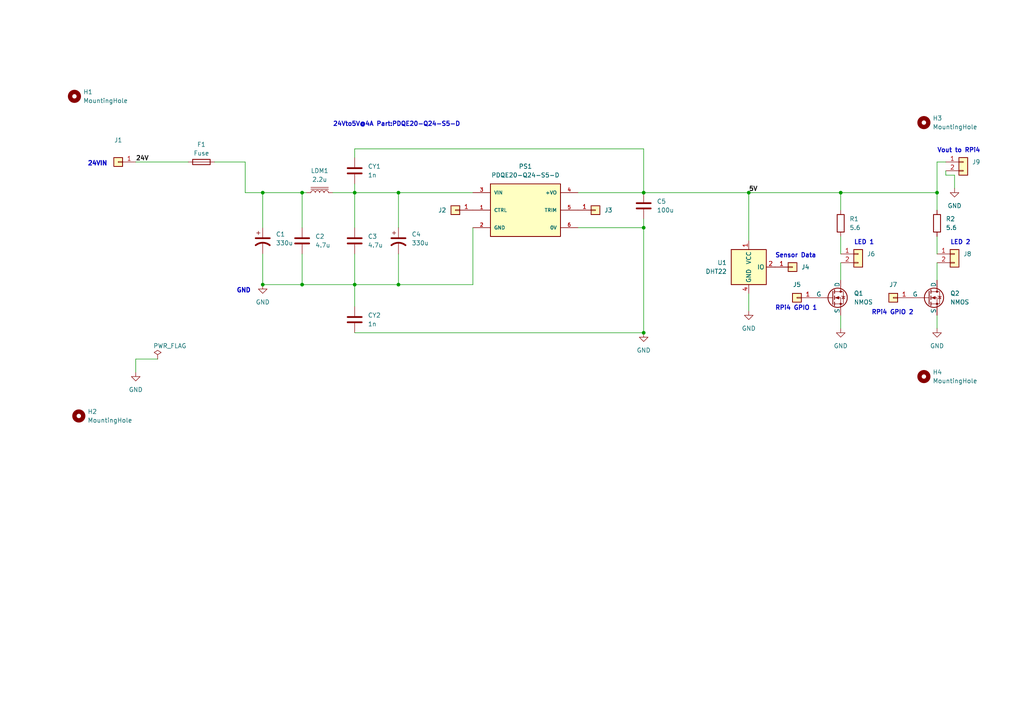
<source format=kicad_sch>
(kicad_sch (version 20230121) (generator eeschema)

  (uuid c8a1dbed-09ff-4cce-b212-445f2f4631fc)

  (paper "A4")

  (title_block
    (date "2023-09-22")
    (rev "5")
    (company "ASML Team 12")
  )

  (lib_symbols
    (symbol "Connector_Generic:Conn_01x01" (pin_names (offset 1.016) hide) (in_bom yes) (on_board yes)
      (property "Reference" "J" (at 0 2.54 0)
        (effects (font (size 1.27 1.27)))
      )
      (property "Value" "Conn_01x01" (at 0 -2.54 0)
        (effects (font (size 1.27 1.27)))
      )
      (property "Footprint" "" (at 0 0 0)
        (effects (font (size 1.27 1.27)) hide)
      )
      (property "Datasheet" "~" (at 0 0 0)
        (effects (font (size 1.27 1.27)) hide)
      )
      (property "ki_keywords" "connector" (at 0 0 0)
        (effects (font (size 1.27 1.27)) hide)
      )
      (property "ki_description" "Generic connector, single row, 01x01, script generated (kicad-library-utils/schlib/autogen/connector/)" (at 0 0 0)
        (effects (font (size 1.27 1.27)) hide)
      )
      (property "ki_fp_filters" "Connector*:*_1x??_*" (at 0 0 0)
        (effects (font (size 1.27 1.27)) hide)
      )
      (symbol "Conn_01x01_1_1"
        (rectangle (start -1.27 0.127) (end 0 -0.127)
          (stroke (width 0.1524) (type default))
          (fill (type none))
        )
        (rectangle (start -1.27 1.27) (end 1.27 -1.27)
          (stroke (width 0.254) (type default))
          (fill (type background))
        )
        (pin passive line (at -5.08 0 0) (length 3.81)
          (name "Pin_1" (effects (font (size 1.27 1.27))))
          (number "1" (effects (font (size 1.27 1.27))))
        )
      )
    )
    (symbol "Connector_Generic:Conn_01x02" (pin_names (offset 1.016) hide) (in_bom yes) (on_board yes)
      (property "Reference" "J" (at 0 2.54 0)
        (effects (font (size 1.27 1.27)))
      )
      (property "Value" "Conn_01x02" (at 0 -5.08 0)
        (effects (font (size 1.27 1.27)))
      )
      (property "Footprint" "" (at 0 0 0)
        (effects (font (size 1.27 1.27)) hide)
      )
      (property "Datasheet" "~" (at 0 0 0)
        (effects (font (size 1.27 1.27)) hide)
      )
      (property "ki_keywords" "connector" (at 0 0 0)
        (effects (font (size 1.27 1.27)) hide)
      )
      (property "ki_description" "Generic connector, single row, 01x02, script generated (kicad-library-utils/schlib/autogen/connector/)" (at 0 0 0)
        (effects (font (size 1.27 1.27)) hide)
      )
      (property "ki_fp_filters" "Connector*:*_1x??_*" (at 0 0 0)
        (effects (font (size 1.27 1.27)) hide)
      )
      (symbol "Conn_01x02_1_1"
        (rectangle (start -1.27 -2.413) (end 0 -2.667)
          (stroke (width 0.1524) (type default))
          (fill (type none))
        )
        (rectangle (start -1.27 0.127) (end 0 -0.127)
          (stroke (width 0.1524) (type default))
          (fill (type none))
        )
        (rectangle (start -1.27 1.27) (end 1.27 -3.81)
          (stroke (width 0.254) (type default))
          (fill (type background))
        )
        (pin passive line (at -5.08 0 0) (length 3.81)
          (name "Pin_1" (effects (font (size 1.27 1.27))))
          (number "1" (effects (font (size 1.27 1.27))))
        )
        (pin passive line (at -5.08 -2.54 0) (length 3.81)
          (name "Pin_2" (effects (font (size 1.27 1.27))))
          (number "2" (effects (font (size 1.27 1.27))))
        )
      )
    )
    (symbol "Device:C" (pin_numbers hide) (pin_names (offset 0.254)) (in_bom yes) (on_board yes)
      (property "Reference" "C" (at 0.635 2.54 0)
        (effects (font (size 1.27 1.27)) (justify left))
      )
      (property "Value" "C" (at 0.635 -2.54 0)
        (effects (font (size 1.27 1.27)) (justify left))
      )
      (property "Footprint" "" (at 0.9652 -3.81 0)
        (effects (font (size 1.27 1.27)) hide)
      )
      (property "Datasheet" "~" (at 0 0 0)
        (effects (font (size 1.27 1.27)) hide)
      )
      (property "ki_keywords" "cap capacitor" (at 0 0 0)
        (effects (font (size 1.27 1.27)) hide)
      )
      (property "ki_description" "Unpolarized capacitor" (at 0 0 0)
        (effects (font (size 1.27 1.27)) hide)
      )
      (property "ki_fp_filters" "C_*" (at 0 0 0)
        (effects (font (size 1.27 1.27)) hide)
      )
      (symbol "C_0_1"
        (polyline
          (pts
            (xy -2.032 -0.762)
            (xy 2.032 -0.762)
          )
          (stroke (width 0.508) (type default))
          (fill (type none))
        )
        (polyline
          (pts
            (xy -2.032 0.762)
            (xy 2.032 0.762)
          )
          (stroke (width 0.508) (type default))
          (fill (type none))
        )
      )
      (symbol "C_1_1"
        (pin passive line (at 0 3.81 270) (length 2.794)
          (name "~" (effects (font (size 1.27 1.27))))
          (number "1" (effects (font (size 1.27 1.27))))
        )
        (pin passive line (at 0 -3.81 90) (length 2.794)
          (name "~" (effects (font (size 1.27 1.27))))
          (number "2" (effects (font (size 1.27 1.27))))
        )
      )
    )
    (symbol "Device:C_Polarized_US" (pin_numbers hide) (pin_names (offset 0.254) hide) (in_bom yes) (on_board yes)
      (property "Reference" "C" (at 0.635 2.54 0)
        (effects (font (size 1.27 1.27)) (justify left))
      )
      (property "Value" "C_Polarized_US" (at 0.635 -2.54 0)
        (effects (font (size 1.27 1.27)) (justify left))
      )
      (property "Footprint" "" (at 0 0 0)
        (effects (font (size 1.27 1.27)) hide)
      )
      (property "Datasheet" "~" (at 0 0 0)
        (effects (font (size 1.27 1.27)) hide)
      )
      (property "ki_keywords" "cap capacitor" (at 0 0 0)
        (effects (font (size 1.27 1.27)) hide)
      )
      (property "ki_description" "Polarized capacitor, US symbol" (at 0 0 0)
        (effects (font (size 1.27 1.27)) hide)
      )
      (property "ki_fp_filters" "CP_*" (at 0 0 0)
        (effects (font (size 1.27 1.27)) hide)
      )
      (symbol "C_Polarized_US_0_1"
        (polyline
          (pts
            (xy -2.032 0.762)
            (xy 2.032 0.762)
          )
          (stroke (width 0.508) (type default))
          (fill (type none))
        )
        (polyline
          (pts
            (xy -1.778 2.286)
            (xy -0.762 2.286)
          )
          (stroke (width 0) (type default))
          (fill (type none))
        )
        (polyline
          (pts
            (xy -1.27 1.778)
            (xy -1.27 2.794)
          )
          (stroke (width 0) (type default))
          (fill (type none))
        )
        (arc (start 2.032 -1.27) (mid 0 -0.5572) (end -2.032 -1.27)
          (stroke (width 0.508) (type default))
          (fill (type none))
        )
      )
      (symbol "C_Polarized_US_1_1"
        (pin passive line (at 0 3.81 270) (length 2.794)
          (name "~" (effects (font (size 1.27 1.27))))
          (number "1" (effects (font (size 1.27 1.27))))
        )
        (pin passive line (at 0 -3.81 90) (length 3.302)
          (name "~" (effects (font (size 1.27 1.27))))
          (number "2" (effects (font (size 1.27 1.27))))
        )
      )
    )
    (symbol "Device:Fuse" (pin_numbers hide) (pin_names (offset 0)) (in_bom yes) (on_board yes)
      (property "Reference" "F" (at 2.032 0 90)
        (effects (font (size 1.27 1.27)))
      )
      (property "Value" "Fuse" (at -1.905 0 90)
        (effects (font (size 1.27 1.27)))
      )
      (property "Footprint" "" (at -1.778 0 90)
        (effects (font (size 1.27 1.27)) hide)
      )
      (property "Datasheet" "~" (at 0 0 0)
        (effects (font (size 1.27 1.27)) hide)
      )
      (property "ki_keywords" "fuse" (at 0 0 0)
        (effects (font (size 1.27 1.27)) hide)
      )
      (property "ki_description" "Fuse" (at 0 0 0)
        (effects (font (size 1.27 1.27)) hide)
      )
      (property "ki_fp_filters" "*Fuse*" (at 0 0 0)
        (effects (font (size 1.27 1.27)) hide)
      )
      (symbol "Fuse_0_1"
        (rectangle (start -0.762 -2.54) (end 0.762 2.54)
          (stroke (width 0.254) (type default))
          (fill (type none))
        )
        (polyline
          (pts
            (xy 0 2.54)
            (xy 0 -2.54)
          )
          (stroke (width 0) (type default))
          (fill (type none))
        )
      )
      (symbol "Fuse_1_1"
        (pin passive line (at 0 3.81 270) (length 1.27)
          (name "~" (effects (font (size 1.27 1.27))))
          (number "1" (effects (font (size 1.27 1.27))))
        )
        (pin passive line (at 0 -3.81 90) (length 1.27)
          (name "~" (effects (font (size 1.27 1.27))))
          (number "2" (effects (font (size 1.27 1.27))))
        )
      )
    )
    (symbol "Device:L_Iron" (pin_numbers hide) (pin_names (offset 1.016) hide) (in_bom yes) (on_board yes)
      (property "Reference" "L" (at -1.27 0 90)
        (effects (font (size 1.27 1.27)))
      )
      (property "Value" "L_Iron" (at 2.794 0 90)
        (effects (font (size 1.27 1.27)))
      )
      (property "Footprint" "" (at 0 0 0)
        (effects (font (size 1.27 1.27)) hide)
      )
      (property "Datasheet" "~" (at 0 0 0)
        (effects (font (size 1.27 1.27)) hide)
      )
      (property "ki_keywords" "inductor choke coil reactor magnetic" (at 0 0 0)
        (effects (font (size 1.27 1.27)) hide)
      )
      (property "ki_description" "Inductor with iron core" (at 0 0 0)
        (effects (font (size 1.27 1.27)) hide)
      )
      (property "ki_fp_filters" "Choke_* *Coil* Inductor_* L_*" (at 0 0 0)
        (effects (font (size 1.27 1.27)) hide)
      )
      (symbol "L_Iron_0_1"
        (arc (start 0 -2.54) (mid 0.6323 -1.905) (end 0 -1.27)
          (stroke (width 0) (type default))
          (fill (type none))
        )
        (arc (start 0 -1.27) (mid 0.6323 -0.635) (end 0 0)
          (stroke (width 0) (type default))
          (fill (type none))
        )
        (polyline
          (pts
            (xy 1.016 2.54)
            (xy 1.016 -2.54)
          )
          (stroke (width 0) (type default))
          (fill (type none))
        )
        (polyline
          (pts
            (xy 1.524 -2.54)
            (xy 1.524 2.54)
          )
          (stroke (width 0) (type default))
          (fill (type none))
        )
        (arc (start 0 0) (mid 0.6323 0.635) (end 0 1.27)
          (stroke (width 0) (type default))
          (fill (type none))
        )
        (arc (start 0 1.27) (mid 0.6323 1.905) (end 0 2.54)
          (stroke (width 0) (type default))
          (fill (type none))
        )
      )
      (symbol "L_Iron_1_1"
        (pin passive line (at 0 3.81 270) (length 1.27)
          (name "1" (effects (font (size 1.27 1.27))))
          (number "1" (effects (font (size 1.27 1.27))))
        )
        (pin passive line (at 0 -3.81 90) (length 1.27)
          (name "2" (effects (font (size 1.27 1.27))))
          (number "2" (effects (font (size 1.27 1.27))))
        )
      )
    )
    (symbol "Device:R" (pin_numbers hide) (pin_names (offset 0)) (in_bom yes) (on_board yes)
      (property "Reference" "R" (at 2.032 0 90)
        (effects (font (size 1.27 1.27)))
      )
      (property "Value" "R" (at 0 0 90)
        (effects (font (size 1.27 1.27)))
      )
      (property "Footprint" "" (at -1.778 0 90)
        (effects (font (size 1.27 1.27)) hide)
      )
      (property "Datasheet" "~" (at 0 0 0)
        (effects (font (size 1.27 1.27)) hide)
      )
      (property "ki_keywords" "R res resistor" (at 0 0 0)
        (effects (font (size 1.27 1.27)) hide)
      )
      (property "ki_description" "Resistor" (at 0 0 0)
        (effects (font (size 1.27 1.27)) hide)
      )
      (property "ki_fp_filters" "R_*" (at 0 0 0)
        (effects (font (size 1.27 1.27)) hide)
      )
      (symbol "R_0_1"
        (rectangle (start -1.016 -2.54) (end 1.016 2.54)
          (stroke (width 0.254) (type default))
          (fill (type none))
        )
      )
      (symbol "R_1_1"
        (pin passive line (at 0 3.81 270) (length 1.27)
          (name "~" (effects (font (size 1.27 1.27))))
          (number "1" (effects (font (size 1.27 1.27))))
        )
        (pin passive line (at 0 -3.81 90) (length 1.27)
          (name "~" (effects (font (size 1.27 1.27))))
          (number "2" (effects (font (size 1.27 1.27))))
        )
      )
    )
    (symbol "Mechanical:MountingHole" (pin_names (offset 1.016)) (in_bom yes) (on_board yes)
      (property "Reference" "H" (at 0 5.08 0)
        (effects (font (size 1.27 1.27)))
      )
      (property "Value" "MountingHole" (at 0 3.175 0)
        (effects (font (size 1.27 1.27)))
      )
      (property "Footprint" "" (at 0 0 0)
        (effects (font (size 1.27 1.27)) hide)
      )
      (property "Datasheet" "~" (at 0 0 0)
        (effects (font (size 1.27 1.27)) hide)
      )
      (property "ki_keywords" "mounting hole" (at 0 0 0)
        (effects (font (size 1.27 1.27)) hide)
      )
      (property "ki_description" "Mounting Hole without connection" (at 0 0 0)
        (effects (font (size 1.27 1.27)) hide)
      )
      (property "ki_fp_filters" "MountingHole*" (at 0 0 0)
        (effects (font (size 1.27 1.27)) hide)
      )
      (symbol "MountingHole_0_1"
        (circle (center 0 0) (radius 1.27)
          (stroke (width 1.27) (type default))
          (fill (type none))
        )
      )
    )
    (symbol "PDQE20-Q24-S5-D:PDQE20-Q24-S5-D" (pin_names (offset 1.016)) (in_bom yes) (on_board yes)
      (property "Reference" "PS" (at -10.16 8.382 0)
        (effects (font (size 1.27 1.27)) (justify left bottom))
      )
      (property "Value" "PDQE20-Q24-S5-D" (at -10.16 -10.16 0)
        (effects (font (size 1.27 1.27)) (justify left bottom))
      )
      (property "Footprint" "CONV_PDQE20-Q24-S5-D" (at 0 0 0)
        (effects (font (size 1.27 1.27)) (justify left bottom) hide)
      )
      (property "Datasheet" "" (at 0 0 0)
        (effects (font (size 1.27 1.27)) (justify left bottom) hide)
      )
      (property "PARTREV" "1.0" (at 0 0 0)
        (effects (font (size 1.27 1.27)) (justify left bottom) hide)
      )
      (property "STANDARD" "Manufacturer Recommendations" (at 0 0 0)
        (effects (font (size 1.27 1.27)) (justify left bottom) hide)
      )
      (property "MAXIMUM_PACKAGE_HEIGHT" "11.70mm" (at 0 0 0)
        (effects (font (size 1.27 1.27)) (justify left bottom) hide)
      )
      (property "MANUFACTURER" "CUI Inc." (at 0 0 0)
        (effects (font (size 1.27 1.27)) (justify left bottom) hide)
      )
      (property "ki_locked" "" (at 0 0 0)
        (effects (font (size 1.27 1.27)))
      )
      (symbol "PDQE20-Q24-S5-D_0_0"
        (rectangle (start -10.16 -7.62) (end 10.16 7.62)
          (stroke (width 0.254) (type solid))
          (fill (type background))
        )
        (pin input line (at -15.24 0 0) (length 5.08)
          (name "CTRL" (effects (font (size 1.016 1.016))))
          (number "1" (effects (font (size 1.016 1.016))))
        )
        (pin power_in line (at -15.24 -5.08 0) (length 5.08)
          (name "GND" (effects (font (size 1.016 1.016))))
          (number "2" (effects (font (size 1.016 1.016))))
        )
        (pin input line (at -15.24 5.08 0) (length 5.08)
          (name "VIN" (effects (font (size 1.016 1.016))))
          (number "3" (effects (font (size 1.016 1.016))))
        )
        (pin output line (at 15.24 5.08 180) (length 5.08)
          (name "+VO" (effects (font (size 1.016 1.016))))
          (number "4" (effects (font (size 1.016 1.016))))
        )
        (pin passive line (at 15.24 0 180) (length 5.08)
          (name "TRIM" (effects (font (size 1.016 1.016))))
          (number "5" (effects (font (size 1.016 1.016))))
        )
        (pin output line (at 15.24 -5.08 180) (length 5.08)
          (name "0V" (effects (font (size 1.016 1.016))))
          (number "6" (effects (font (size 1.016 1.016))))
        )
      )
    )
    (symbol "Sensor:DHT11" (in_bom yes) (on_board yes)
      (property "Reference" "U1" (at -6.35 1.27 0)
        (effects (font (size 1.27 1.27)) (justify right))
      )
      (property "Value" "DHT22" (at -6.35 -1.27 0)
        (effects (font (size 1.27 1.27)) (justify right))
      )
      (property "Footprint" "Sensor:Aosong_DHT11_5.5x12.0_P2.54mm" (at 0 -10.16 0)
        (effects (font (size 1.27 1.27)) hide)
      )
      (property "Datasheet" "http://akizukidenshi.com/download/ds/aosong/DHT11.pdf" (at 3.81 6.35 0)
        (effects (font (size 1.27 1.27)) hide)
      )
      (property "ki_keywords" "Digital temperature humidity sensor" (at 0 0 0)
        (effects (font (size 1.27 1.27)) hide)
      )
      (property "ki_description" "Temperature and humidity module" (at 0 0 0)
        (effects (font (size 1.27 1.27)) hide)
      )
      (property "ki_fp_filters" "Aosong*DHT11*5.5x12.0*P2.54mm*" (at 0 0 0)
        (effects (font (size 1.27 1.27)) hide)
      )
      (symbol "DHT11_0_1"
        (rectangle (start -5.08 5.08) (end 5.08 -5.08)
          (stroke (width 0.254) (type default))
          (fill (type background))
        )
      )
      (symbol "DHT11_1_1"
        (pin input line (at 0 7.62 270) (length 2.54)
          (name "VCC" (effects (font (size 1.27 1.27))))
          (number "1" (effects (font (size 1.27 1.27))))
        )
        (pin bidirectional line (at 7.62 0 180) (length 2.54)
          (name "IO" (effects (font (size 1.27 1.27))))
          (number "2" (effects (font (size 1.27 1.27))))
        )
        (pin no_connect line (at -5.08 0 0) (length 2.54) hide
          (name "NC" (effects (font (size 1.27 1.27))))
          (number "3" (effects (font (size 1.27 1.27))))
        )
        (pin power_in line (at 0 -7.62 90) (length 2.54)
          (name "GND" (effects (font (size 1.27 1.27))))
          (number "4" (effects (font (size 1.27 1.27))))
        )
      )
    )
    (symbol "Simulation_SPICE:NMOS" (pin_numbers hide) (pin_names (offset 0)) (in_bom yes) (on_board yes)
      (property "Reference" "Q" (at 5.08 1.27 0)
        (effects (font (size 1.27 1.27)) (justify left))
      )
      (property "Value" "NMOS" (at 5.08 -1.27 0)
        (effects (font (size 1.27 1.27)) (justify left))
      )
      (property "Footprint" "" (at 5.08 2.54 0)
        (effects (font (size 1.27 1.27)) hide)
      )
      (property "Datasheet" "https://ngspice.sourceforge.io/docs/ngspice-manual.pdf" (at 0 -12.7 0)
        (effects (font (size 1.27 1.27)) hide)
      )
      (property "Sim.Device" "NMOS" (at 0 -17.145 0)
        (effects (font (size 1.27 1.27)) hide)
      )
      (property "Sim.Type" "VDMOS" (at 0 -19.05 0)
        (effects (font (size 1.27 1.27)) hide)
      )
      (property "Sim.Pins" "1=D 2=G 3=S" (at 0 -15.24 0)
        (effects (font (size 1.27 1.27)) hide)
      )
      (property "ki_keywords" "transistor NMOS N-MOS N-MOSFET simulation" (at 0 0 0)
        (effects (font (size 1.27 1.27)) hide)
      )
      (property "ki_description" "N-MOSFET transistor, drain/source/gate" (at 0 0 0)
        (effects (font (size 1.27 1.27)) hide)
      )
      (symbol "NMOS_0_1"
        (polyline
          (pts
            (xy 0.254 0)
            (xy -2.54 0)
          )
          (stroke (width 0) (type default))
          (fill (type none))
        )
        (polyline
          (pts
            (xy 0.254 1.905)
            (xy 0.254 -1.905)
          )
          (stroke (width 0.254) (type default))
          (fill (type none))
        )
        (polyline
          (pts
            (xy 0.762 -1.27)
            (xy 0.762 -2.286)
          )
          (stroke (width 0.254) (type default))
          (fill (type none))
        )
        (polyline
          (pts
            (xy 0.762 0.508)
            (xy 0.762 -0.508)
          )
          (stroke (width 0.254) (type default))
          (fill (type none))
        )
        (polyline
          (pts
            (xy 0.762 2.286)
            (xy 0.762 1.27)
          )
          (stroke (width 0.254) (type default))
          (fill (type none))
        )
        (polyline
          (pts
            (xy 2.54 2.54)
            (xy 2.54 1.778)
          )
          (stroke (width 0) (type default))
          (fill (type none))
        )
        (polyline
          (pts
            (xy 2.54 -2.54)
            (xy 2.54 0)
            (xy 0.762 0)
          )
          (stroke (width 0) (type default))
          (fill (type none))
        )
        (polyline
          (pts
            (xy 0.762 -1.778)
            (xy 3.302 -1.778)
            (xy 3.302 1.778)
            (xy 0.762 1.778)
          )
          (stroke (width 0) (type default))
          (fill (type none))
        )
        (polyline
          (pts
            (xy 1.016 0)
            (xy 2.032 0.381)
            (xy 2.032 -0.381)
            (xy 1.016 0)
          )
          (stroke (width 0) (type default))
          (fill (type outline))
        )
        (polyline
          (pts
            (xy 2.794 0.508)
            (xy 2.921 0.381)
            (xy 3.683 0.381)
            (xy 3.81 0.254)
          )
          (stroke (width 0) (type default))
          (fill (type none))
        )
        (polyline
          (pts
            (xy 3.302 0.381)
            (xy 2.921 -0.254)
            (xy 3.683 -0.254)
            (xy 3.302 0.381)
          )
          (stroke (width 0) (type default))
          (fill (type none))
        )
        (circle (center 1.651 0) (radius 2.794)
          (stroke (width 0.254) (type default))
          (fill (type none))
        )
        (circle (center 2.54 -1.778) (radius 0.254)
          (stroke (width 0) (type default))
          (fill (type outline))
        )
        (circle (center 2.54 1.778) (radius 0.254)
          (stroke (width 0) (type default))
          (fill (type outline))
        )
      )
      (symbol "NMOS_1_1"
        (pin passive line (at 2.54 5.08 270) (length 2.54)
          (name "D" (effects (font (size 1.27 1.27))))
          (number "1" (effects (font (size 1.27 1.27))))
        )
        (pin input line (at -5.08 0 0) (length 2.54)
          (name "G" (effects (font (size 1.27 1.27))))
          (number "2" (effects (font (size 1.27 1.27))))
        )
        (pin passive line (at 2.54 -5.08 90) (length 2.54)
          (name "S" (effects (font (size 1.27 1.27))))
          (number "3" (effects (font (size 1.27 1.27))))
        )
      )
    )
    (symbol "power:GND" (power) (pin_names (offset 0)) (in_bom yes) (on_board yes)
      (property "Reference" "#PWR" (at 0 -6.35 0)
        (effects (font (size 1.27 1.27)) hide)
      )
      (property "Value" "GND" (at 0 -3.81 0)
        (effects (font (size 1.27 1.27)))
      )
      (property "Footprint" "" (at 0 0 0)
        (effects (font (size 1.27 1.27)) hide)
      )
      (property "Datasheet" "" (at 0 0 0)
        (effects (font (size 1.27 1.27)) hide)
      )
      (property "ki_keywords" "global power" (at 0 0 0)
        (effects (font (size 1.27 1.27)) hide)
      )
      (property "ki_description" "Power symbol creates a global label with name \"GND\" , ground" (at 0 0 0)
        (effects (font (size 1.27 1.27)) hide)
      )
      (symbol "GND_0_1"
        (polyline
          (pts
            (xy 0 0)
            (xy 0 -1.27)
            (xy 1.27 -1.27)
            (xy 0 -2.54)
            (xy -1.27 -1.27)
            (xy 0 -1.27)
          )
          (stroke (width 0) (type default))
          (fill (type none))
        )
      )
      (symbol "GND_1_1"
        (pin power_in line (at 0 0 270) (length 0) hide
          (name "GND" (effects (font (size 1.27 1.27))))
          (number "1" (effects (font (size 1.27 1.27))))
        )
      )
    )
    (symbol "power:PWR_FLAG" (power) (pin_numbers hide) (pin_names (offset 0) hide) (in_bom yes) (on_board yes)
      (property "Reference" "#FLG" (at 0 1.905 0)
        (effects (font (size 1.27 1.27)) hide)
      )
      (property "Value" "PWR_FLAG" (at 0 3.81 0)
        (effects (font (size 1.27 1.27)))
      )
      (property "Footprint" "" (at 0 0 0)
        (effects (font (size 1.27 1.27)) hide)
      )
      (property "Datasheet" "~" (at 0 0 0)
        (effects (font (size 1.27 1.27)) hide)
      )
      (property "ki_keywords" "flag power" (at 0 0 0)
        (effects (font (size 1.27 1.27)) hide)
      )
      (property "ki_description" "Special symbol for telling ERC where power comes from" (at 0 0 0)
        (effects (font (size 1.27 1.27)) hide)
      )
      (symbol "PWR_FLAG_0_0"
        (pin power_out line (at 0 0 90) (length 0)
          (name "pwr" (effects (font (size 1.27 1.27))))
          (number "1" (effects (font (size 1.27 1.27))))
        )
      )
      (symbol "PWR_FLAG_0_1"
        (polyline
          (pts
            (xy 0 0)
            (xy 0 1.27)
            (xy -1.016 1.905)
            (xy 0 2.54)
            (xy 1.016 1.905)
            (xy 0 1.27)
          )
          (stroke (width 0) (type default))
          (fill (type none))
        )
      )
    )
  )

  (junction (at 87.63 55.88) (diameter 0) (color 0 0 0 0)
    (uuid 0a586548-010f-4cfb-ad41-3ae9d650d69d)
  )
  (junction (at 186.69 96.52) (diameter 0) (color 0 0 0 0)
    (uuid 2d223eee-adb5-4da0-88b4-d19349c44f92)
  )
  (junction (at 243.84 55.88) (diameter 0) (color 0 0 0 0)
    (uuid 35bfcc68-6593-427c-a3f2-fd9667157a53)
  )
  (junction (at 102.87 55.88) (diameter 0) (color 0 0 0 0)
    (uuid 434dfd24-1b9a-47fd-bc18-736261b366b0)
  )
  (junction (at 76.2 82.55) (diameter 0) (color 0 0 0 0)
    (uuid 454dd148-4abf-480f-9079-0b509714a68d)
  )
  (junction (at 76.2 55.88) (diameter 0) (color 0 0 0 0)
    (uuid 6313af42-c194-4118-a1be-012391dc35a9)
  )
  (junction (at 186.69 55.88) (diameter 0) (color 0 0 0 0)
    (uuid 6ac95d65-7902-4799-bf4c-35e8f6f28686)
  )
  (junction (at 271.78 55.88) (diameter 0) (color 0 0 0 0)
    (uuid 82558018-93db-4cf9-9a09-55255a6e2455)
  )
  (junction (at 186.69 66.04) (diameter 0) (color 0 0 0 0)
    (uuid 831b5e84-699d-4bbd-86c2-ed615b982dd4)
  )
  (junction (at 87.63 82.55) (diameter 0) (color 0 0 0 0)
    (uuid 952fbe35-3655-4958-b35e-67dc4365a9ed)
  )
  (junction (at 102.87 82.55) (diameter 0) (color 0 0 0 0)
    (uuid 9a9a8a38-3b7c-4399-9b0a-36fcce6c52d2)
  )
  (junction (at 115.57 55.88) (diameter 0) (color 0 0 0 0)
    (uuid ba2a503b-313a-4e9c-92a8-b831985b481b)
  )
  (junction (at 115.57 82.55) (diameter 0) (color 0 0 0 0)
    (uuid c418164a-65cd-4966-8e4e-c9d5c50265e0)
  )
  (junction (at 217.17 55.88) (diameter 0) (color 0 0 0 0)
    (uuid ff498451-0a79-49ad-8c24-ffebc1336518)
  )

  (wire (pts (xy 102.87 82.55) (xy 102.87 88.9))
    (stroke (width 0) (type default))
    (uuid 0bcd521d-4438-461a-9237-08721519289d)
  )
  (wire (pts (xy 274.32 50.8) (xy 274.32 49.53))
    (stroke (width 0) (type default))
    (uuid 19e16dbd-fc87-4155-b6d2-260867ad1f0d)
  )
  (wire (pts (xy 217.17 55.88) (xy 217.17 69.85))
    (stroke (width 0) (type default))
    (uuid 1e938d6d-824e-4628-827b-0b3a2956f606)
  )
  (wire (pts (xy 167.64 66.04) (xy 186.69 66.04))
    (stroke (width 0) (type default))
    (uuid 1f6c20c3-e3fb-4d9f-a44c-eefbf26db047)
  )
  (wire (pts (xy 186.69 55.88) (xy 217.17 55.88))
    (stroke (width 0) (type default))
    (uuid 2bc64121-3f3f-4c0b-80df-e9aa8a1810ea)
  )
  (wire (pts (xy 217.17 85.09) (xy 217.17 90.17))
    (stroke (width 0) (type default))
    (uuid 2ce262c2-53a0-44a5-adf9-9242567204de)
  )
  (wire (pts (xy 115.57 55.88) (xy 137.16 55.88))
    (stroke (width 0) (type default))
    (uuid 2db69135-e36f-4fe8-9942-e4d82a89b545)
  )
  (wire (pts (xy 186.69 43.18) (xy 186.69 55.88))
    (stroke (width 0) (type default))
    (uuid 2e6e7592-eb1d-4ce5-ba7e-afdc9ddf3bf6)
  )
  (wire (pts (xy 186.69 66.04) (xy 186.69 96.52))
    (stroke (width 0) (type default))
    (uuid 3a4a8eec-0f8e-41d1-a43e-112d22b315ce)
  )
  (wire (pts (xy 102.87 96.52) (xy 186.69 96.52))
    (stroke (width 0) (type default))
    (uuid 3a973436-c5e0-4277-a034-ddda9b45a990)
  )
  (wire (pts (xy 243.84 76.2) (xy 243.84 81.28))
    (stroke (width 0) (type default))
    (uuid 3d872105-2592-43ce-8721-caee238df8fa)
  )
  (wire (pts (xy 271.78 46.99) (xy 271.78 55.88))
    (stroke (width 0) (type default))
    (uuid 3daeb2c8-8af1-4de8-aa34-ceff4292547a)
  )
  (wire (pts (xy 39.37 107.95) (xy 39.37 104.14))
    (stroke (width 0) (type default))
    (uuid 4418bc1b-d377-4185-8bfd-e66db93ae813)
  )
  (wire (pts (xy 276.86 50.8) (xy 274.32 50.8))
    (stroke (width 0) (type default))
    (uuid 450733c9-f218-485a-963d-149e646b070b)
  )
  (wire (pts (xy 115.57 66.04) (xy 115.57 55.88))
    (stroke (width 0) (type default))
    (uuid 4a995513-c70b-4393-a3dd-917a4bf2cf0e)
  )
  (wire (pts (xy 87.63 82.55) (xy 102.87 82.55))
    (stroke (width 0) (type default))
    (uuid 4e13e66e-e72a-41d3-9a7d-a201b1fd21d8)
  )
  (wire (pts (xy 115.57 82.55) (xy 137.16 82.55))
    (stroke (width 0) (type default))
    (uuid 558b8008-84bb-4989-a526-b661d9bd7eab)
  )
  (wire (pts (xy 71.12 46.99) (xy 71.12 55.88))
    (stroke (width 0) (type default))
    (uuid 56ef506b-8d0f-4211-ace6-1e9de65cad3c)
  )
  (wire (pts (xy 102.87 43.18) (xy 186.69 43.18))
    (stroke (width 0) (type default))
    (uuid 585d1776-359c-47b9-97aa-d2e1e87f8924)
  )
  (wire (pts (xy 167.64 55.88) (xy 186.69 55.88))
    (stroke (width 0) (type default))
    (uuid 59d0db41-7579-4b1d-ade8-1d24b96cd300)
  )
  (wire (pts (xy 87.63 73.66) (xy 87.63 82.55))
    (stroke (width 0) (type default))
    (uuid 5dd6cfde-cfe0-445c-ae50-aead8e400a20)
  )
  (wire (pts (xy 271.78 55.88) (xy 271.78 60.96))
    (stroke (width 0) (type default))
    (uuid 6362299a-da93-48dc-ad8c-432f6db9ad12)
  )
  (wire (pts (xy 271.78 68.58) (xy 271.78 73.66))
    (stroke (width 0) (type default))
    (uuid 65db657d-e516-44c3-986b-b884b8d9c4ea)
  )
  (wire (pts (xy 87.63 66.04) (xy 87.63 55.88))
    (stroke (width 0) (type default))
    (uuid 731cf37d-15c4-4e53-bda2-980b61d855d8)
  )
  (wire (pts (xy 76.2 55.88) (xy 87.63 55.88))
    (stroke (width 0) (type default))
    (uuid 91547108-a77f-43b4-96d6-8b98d9ad9229)
  )
  (wire (pts (xy 39.37 104.14) (xy 45.72 104.14))
    (stroke (width 0) (type default))
    (uuid 9190f89f-2a13-42b3-ae3b-987d4f33041e)
  )
  (wire (pts (xy 271.78 76.2) (xy 271.78 81.28))
    (stroke (width 0) (type default))
    (uuid 959536e5-bfe7-467f-93c7-e672706ca061)
  )
  (wire (pts (xy 243.84 68.58) (xy 243.84 73.66))
    (stroke (width 0) (type default))
    (uuid 99f5380b-53b7-4dfd-b8f7-2a856bbf5248)
  )
  (wire (pts (xy 87.63 55.88) (xy 88.9 55.88))
    (stroke (width 0) (type default))
    (uuid 9ef07e19-0983-452b-a7de-2f18eb4d4771)
  )
  (wire (pts (xy 137.16 66.04) (xy 137.16 82.55))
    (stroke (width 0) (type default))
    (uuid a020faee-e40f-4ffb-aa44-4d9634715745)
  )
  (wire (pts (xy 102.87 82.55) (xy 115.57 82.55))
    (stroke (width 0) (type default))
    (uuid a377af3f-0ee5-4a2f-a55d-a86eae179606)
  )
  (wire (pts (xy 243.84 91.44) (xy 243.84 95.25))
    (stroke (width 0) (type default))
    (uuid aa7aa95f-e9dd-426d-926f-97bbdd8db4f0)
  )
  (wire (pts (xy 274.32 46.99) (xy 271.78 46.99))
    (stroke (width 0) (type default))
    (uuid ab2d2b54-2912-4ea7-8c00-6d577abac1d0)
  )
  (wire (pts (xy 276.86 54.61) (xy 276.86 50.8))
    (stroke (width 0) (type default))
    (uuid ab6e6029-2b86-4773-a775-eb5110a67a89)
  )
  (wire (pts (xy 62.23 46.99) (xy 71.12 46.99))
    (stroke (width 0) (type default))
    (uuid af36426f-7398-481f-9c9c-771640944553)
  )
  (wire (pts (xy 39.37 46.99) (xy 54.61 46.99))
    (stroke (width 0) (type default))
    (uuid b3f8a8a8-aec8-4375-b174-54ac48ae7414)
  )
  (wire (pts (xy 71.12 55.88) (xy 76.2 55.88))
    (stroke (width 0) (type default))
    (uuid b49b558a-fccf-428c-a2c9-6084a70f4079)
  )
  (wire (pts (xy 243.84 55.88) (xy 243.84 60.96))
    (stroke (width 0) (type default))
    (uuid b8664da8-5189-47c7-9eed-8b94d99d30dc)
  )
  (wire (pts (xy 243.84 55.88) (xy 271.78 55.88))
    (stroke (width 0) (type default))
    (uuid bc15c4f3-d7fe-46a8-999a-e47d965f589c)
  )
  (wire (pts (xy 76.2 66.04) (xy 76.2 55.88))
    (stroke (width 0) (type default))
    (uuid bceadb64-083a-424d-bd36-761c4b8187c0)
  )
  (wire (pts (xy 115.57 73.66) (xy 115.57 82.55))
    (stroke (width 0) (type default))
    (uuid bf61f2f5-f476-4f5e-bb7b-4b5349413ff7)
  )
  (wire (pts (xy 102.87 55.88) (xy 115.57 55.88))
    (stroke (width 0) (type default))
    (uuid c4c7d2ce-738d-4eb0-bfc2-450a698be40c)
  )
  (wire (pts (xy 102.87 43.18) (xy 102.87 45.72))
    (stroke (width 0) (type default))
    (uuid c4f0b31e-1f63-4135-9baf-321412557b87)
  )
  (wire (pts (xy 96.52 55.88) (xy 102.87 55.88))
    (stroke (width 0) (type default))
    (uuid cd992cd0-4a9c-48e3-8fd1-5572c88f8a24)
  )
  (wire (pts (xy 217.17 55.88) (xy 243.84 55.88))
    (stroke (width 0) (type default))
    (uuid d2dc5d31-ceb1-412c-94de-159ce942fcad)
  )
  (wire (pts (xy 186.69 63.5) (xy 186.69 66.04))
    (stroke (width 0) (type default))
    (uuid d4912bcd-fa2f-4447-8655-417898aa48a2)
  )
  (wire (pts (xy 102.87 66.04) (xy 102.87 55.88))
    (stroke (width 0) (type default))
    (uuid e30528dd-e6b4-4bf4-93f0-820d43e11904)
  )
  (wire (pts (xy 76.2 82.55) (xy 87.63 82.55))
    (stroke (width 0) (type default))
    (uuid eb50e8b9-5a28-4758-9de2-0c5706fa7020)
  )
  (wire (pts (xy 102.87 73.66) (xy 102.87 82.55))
    (stroke (width 0) (type default))
    (uuid eb8520fe-722a-4dc8-b106-f64fe75d829c)
  )
  (wire (pts (xy 76.2 73.66) (xy 76.2 82.55))
    (stroke (width 0) (type default))
    (uuid f94537f3-e306-4972-a4ac-4e811e7da258)
  )
  (wire (pts (xy 271.78 91.44) (xy 271.78 95.25))
    (stroke (width 0) (type default))
    (uuid fdd0d503-e14a-41ce-86f5-ac30ff5fbf7b)
  )
  (wire (pts (xy 102.87 53.34) (xy 102.87 55.88))
    (stroke (width 0) (type default))
    (uuid feedcd21-f51d-4b40-946b-6cbb24b22c64)
  )

  (text "GND" (at 68.58 85.09 0)
    (effects (font (size 1.27 1.27) (thickness 0.254) bold) (justify left bottom))
    (uuid 182020ba-9851-4a45-906c-338b93805bcf)
  )
  (text "Sensor Data" (at 224.79 74.93 0)
    (effects (font (size 1.27 1.27) bold) (justify left bottom))
    (uuid 33088e88-9907-41e1-9f85-1ea3450bf0d1)
  )
  (text "GND" (at 68.58 85.09 0)
    (effects (font (size 1.27 1.27) (thickness 0.254) bold) (justify left bottom))
    (uuid 3380e41b-6abe-4e92-b337-3451d0c5646d)
  )
  (text "24Vto5V@4A Part:PDQE20-Q24-S5-D" (at 96.52 36.83 0)
    (effects (font (size 1.27 1.27) (thickness 0.254) bold) (justify left bottom))
    (uuid 4a7d55af-f2dc-49ed-b4c0-936413686f3d)
  )
  (text "24VIN" (at 25.4 48.26 0)
    (effects (font (size 1.27 1.27) (thickness 0.254) bold) (justify left bottom))
    (uuid 53eefac1-faa2-4661-aeb3-a935a0d21ba7)
  )
  (text "LED 2" (at 275.59 71.12 0)
    (effects (font (size 1.27 1.27) bold) (justify left bottom))
    (uuid 56fbb7a6-f6e6-4c7f-9de1-bec8fe083054)
  )
  (text "Vout to RPi4" (at 271.78 44.45 0)
    (effects (font (size 1.27 1.27) bold) (justify left bottom))
    (uuid 8af4d1ab-3b5b-4871-9b22-2b777918f43f)
  )
  (text "RPi4 GPIO 1" (at 224.79 90.17 0)
    (effects (font (size 1.27 1.27) bold) (justify left bottom))
    (uuid 8d4cd757-96c6-4355-bd6b-1bf75674c87d)
  )
  (text "RPi4 GPIO 2" (at 252.73 91.44 0)
    (effects (font (size 1.27 1.27) bold) (justify left bottom))
    (uuid d2421ecd-8c92-4c32-bb24-e7c63335336a)
  )
  (text "LED 1" (at 247.65 71.12 0)
    (effects (font (size 1.27 1.27) bold) (justify left bottom))
    (uuid d7c8b89a-2c0e-4500-917e-7d3a3305211b)
  )
  (text "24VIN" (at 25.4 48.26 0)
    (effects (font (size 1.27 1.27) (thickness 0.254) bold) (justify left bottom))
    (uuid e0d29a74-d7f9-4f25-9c2b-8d817fe6781a)
  )

  (label "24V" (at 39.37 46.99 0) (fields_autoplaced)
    (effects (font (size 1.27 1.27) bold) (justify left bottom))
    (uuid 05d0c9fa-3857-4110-ba20-11c682a44799)
  )
  (label "5V" (at 217.17 55.88 0) (fields_autoplaced)
    (effects (font (size 1.27 1.27) bold) (justify left bottom))
    (uuid 096844f4-f6c8-41b5-bd3a-a2a13c38a4e7)
  )

  (symbol (lib_id "Mechanical:MountingHole") (at 22.86 120.65 0) (unit 1)
    (in_bom yes) (on_board yes) (dnp no) (fields_autoplaced)
    (uuid 0190b4ba-6437-4503-a006-6c36e923d555)
    (property "Reference" "H2" (at 25.4 119.38 0)
      (effects (font (size 1.27 1.27)) (justify left))
    )
    (property "Value" "MountingHole" (at 25.4 121.92 0)
      (effects (font (size 1.27 1.27)) (justify left))
    )
    (property "Footprint" "MountingHole:MountingHole_4mm_Pad" (at 22.86 120.65 0)
      (effects (font (size 1.27 1.27)) hide)
    )
    (property "Datasheet" "~" (at 22.86 120.65 0)
      (effects (font (size 1.27 1.27)) hide)
    )
    (instances
      (project "24V buck converter dual output"
        (path "/c8a1dbed-09ff-4cce-b212-445f2f4631fc"
          (reference "H2") (unit 1)
        )
      )
    )
  )

  (symbol (lib_id "Device:C") (at 102.87 92.71 0) (unit 1)
    (in_bom yes) (on_board yes) (dnp no) (fields_autoplaced)
    (uuid 18e3e869-f809-4b3e-9ca9-7847b39be540)
    (property "Reference" "CY2" (at 106.68 91.44 0)
      (effects (font (size 1.27 1.27)) (justify left))
    )
    (property "Value" "1n" (at 106.68 93.98 0)
      (effects (font (size 1.27 1.27)) (justify left))
    )
    (property "Footprint" "Capacitor_THT:C_Radial_D5.0mm_H5.0mm_P2.00mm" (at 103.8352 96.52 0)
      (effects (font (size 1.27 1.27)) hide)
    )
    (property "Datasheet" "~" (at 102.87 92.71 0)
      (effects (font (size 1.27 1.27)) hide)
    )
    (pin "1" (uuid 156bd61b-5ef4-4e86-93a0-b73d89ebaf64))
    (pin "2" (uuid 5e63158e-68f2-4603-97df-4ddcd686fc48))
    (instances
      (project "24V buck converter dual output"
        (path "/c8a1dbed-09ff-4cce-b212-445f2f4631fc"
          (reference "CY2") (unit 1)
        )
      )
    )
  )

  (symbol (lib_id "power:GND") (at 276.86 54.61 0) (unit 1)
    (in_bom yes) (on_board yes) (dnp no) (fields_autoplaced)
    (uuid 191a2cd2-1046-48c8-ab06-a4c5acf5f784)
    (property "Reference" "#PWR07" (at 276.86 60.96 0)
      (effects (font (size 1.27 1.27)) hide)
    )
    (property "Value" "GND" (at 276.86 59.69 0)
      (effects (font (size 1.27 1.27)))
    )
    (property "Footprint" "" (at 276.86 54.61 0)
      (effects (font (size 1.27 1.27)) hide)
    )
    (property "Datasheet" "" (at 276.86 54.61 0)
      (effects (font (size 1.27 1.27)) hide)
    )
    (pin "1" (uuid 32c332d5-4d32-4e65-87e4-525de70f0ef1))
    (instances
      (project "24V buck converter dual output"
        (path "/c8a1dbed-09ff-4cce-b212-445f2f4631fc"
          (reference "#PWR07") (unit 1)
        )
      )
    )
  )

  (symbol (lib_id "Device:C_Polarized_US") (at 115.57 69.85 0) (unit 1)
    (in_bom yes) (on_board yes) (dnp no) (fields_autoplaced)
    (uuid 251b4b7d-25f6-40e6-8c26-96e3bbc2e863)
    (property "Reference" "C4" (at 119.38 67.945 0)
      (effects (font (size 1.27 1.27)) (justify left))
    )
    (property "Value" "330u" (at 119.38 70.485 0)
      (effects (font (size 1.27 1.27)) (justify left))
    )
    (property "Footprint" "Capacitor_THT:CP_Radial_D12.5mm_P5.00mm" (at 115.57 69.85 0)
      (effects (font (size 1.27 1.27)) hide)
    )
    (property "Datasheet" "~" (at 115.57 69.85 0)
      (effects (font (size 1.27 1.27)) hide)
    )
    (pin "1" (uuid 7561c36b-1e8f-4918-92f6-acba7e19000f))
    (pin "2" (uuid f2a1b4c3-6270-4b81-b57d-dbdcfb7b7091))
    (instances
      (project "24V buck converter dual output"
        (path "/c8a1dbed-09ff-4cce-b212-445f2f4631fc"
          (reference "C4") (unit 1)
        )
      )
    )
  )

  (symbol (lib_id "Connector_Generic:Conn_01x02") (at 276.86 73.66 0) (unit 1)
    (in_bom yes) (on_board yes) (dnp no) (fields_autoplaced)
    (uuid 2c3e8a06-25ac-430d-a519-7d6f527db890)
    (property "Reference" "J8" (at 279.4 73.66 0)
      (effects (font (size 1.27 1.27)) (justify left))
    )
    (property "Value" "Conn_01x02" (at 279.4 76.2 0)
      (effects (font (size 1.27 1.27)) (justify left) hide)
    )
    (property "Footprint" "Connector_Molex:Molex_Micro-Latch_53253-0270_1x02_P2.00mm_Vertical" (at 276.86 73.66 0)
      (effects (font (size 1.27 1.27)) hide)
    )
    (property "Datasheet" "~" (at 276.86 73.66 0)
      (effects (font (size 1.27 1.27)) hide)
    )
    (pin "1" (uuid 32b4afdc-171c-43fd-ad7d-388d9b1b0876))
    (pin "2" (uuid 0d844dac-7f9e-44e9-ab82-ec90c70e398d))
    (instances
      (project "24V buck converter dual output"
        (path "/c8a1dbed-09ff-4cce-b212-445f2f4631fc"
          (reference "J8") (unit 1)
        )
      )
    )
  )

  (symbol (lib_id "power:GND") (at 76.2 82.55 0) (unit 1)
    (in_bom yes) (on_board yes) (dnp no) (fields_autoplaced)
    (uuid 4045eced-f3eb-4db0-b1d9-b6992c3ec8bc)
    (property "Reference" "#PWR02" (at 76.2 88.9 0)
      (effects (font (size 1.27 1.27)) hide)
    )
    (property "Value" "GND" (at 76.2 87.63 0)
      (effects (font (size 1.27 1.27)))
    )
    (property "Footprint" "" (at 76.2 82.55 0)
      (effects (font (size 1.27 1.27)) hide)
    )
    (property "Datasheet" "" (at 76.2 82.55 0)
      (effects (font (size 1.27 1.27)) hide)
    )
    (pin "1" (uuid 37986d2d-90f2-433c-9d64-48b4dcfe18b6))
    (instances
      (project "24V buck converter dual output"
        (path "/c8a1dbed-09ff-4cce-b212-445f2f4631fc"
          (reference "#PWR02") (unit 1)
        )
      )
    )
  )

  (symbol (lib_id "Connector_Generic:Conn_01x01") (at 231.14 86.36 180) (unit 1)
    (in_bom yes) (on_board yes) (dnp no) (fields_autoplaced)
    (uuid 45b3297c-f2c1-40f3-8c5e-426915119241)
    (property "Reference" "J5" (at 231.14 82.55 0)
      (effects (font (size 1.27 1.27)))
    )
    (property "Value" "Conn_01x01" (at 231.14 82.55 0)
      (effects (font (size 1.27 1.27)) hide)
    )
    (property "Footprint" "Connector_Wire:SolderWirePad_1x01_SMD_1x2mm" (at 231.14 86.36 0)
      (effects (font (size 1.27 1.27)) hide)
    )
    (property "Datasheet" "~" (at 231.14 86.36 0)
      (effects (font (size 1.27 1.27)) hide)
    )
    (pin "1" (uuid f4e7472e-9d80-4728-8b32-554814ab6fa0))
    (instances
      (project "24V buck converter dual output"
        (path "/c8a1dbed-09ff-4cce-b212-445f2f4631fc"
          (reference "J5") (unit 1)
        )
      )
    )
  )

  (symbol (lib_id "Connector_Generic:Conn_01x01") (at 172.72 60.96 0) (unit 1)
    (in_bom yes) (on_board yes) (dnp no) (fields_autoplaced)
    (uuid 47fcda12-e3ef-4151-aa90-8635a52ae6ee)
    (property "Reference" "J3" (at 175.26 60.96 0)
      (effects (font (size 1.27 1.27)) (justify left))
    )
    (property "Value" "Conn_01x01" (at 172.72 64.77 0)
      (effects (font (size 1.27 1.27)) hide)
    )
    (property "Footprint" "Connector_Wire:SolderWirePad_1x01_SMD_1x2mm" (at 172.72 60.96 0)
      (effects (font (size 1.27 1.27)) hide)
    )
    (property "Datasheet" "~" (at 172.72 60.96 0)
      (effects (font (size 1.27 1.27)) hide)
    )
    (pin "1" (uuid 2317e920-ab17-488c-92ea-1bc9df410a31))
    (instances
      (project "24V buck converter dual output"
        (path "/c8a1dbed-09ff-4cce-b212-445f2f4631fc"
          (reference "J3") (unit 1)
        )
      )
    )
  )

  (symbol (lib_id "Connector_Generic:Conn_01x02") (at 279.4 46.99 0) (unit 1)
    (in_bom yes) (on_board yes) (dnp no) (fields_autoplaced)
    (uuid 4954e667-9958-4941-a4d2-63e1777cbfd3)
    (property "Reference" "J9" (at 281.94 46.99 0)
      (effects (font (size 1.27 1.27)) (justify left))
    )
    (property "Value" "Conn_01x01" (at 279.4 50.8 0)
      (effects (font (size 1.27 1.27)) hide)
    )
    (property "Footprint" "Connector_Wire:SolderWire-2sqmm_1x02_P7.8mm_D2mm_OD3.9mm" (at 279.4 46.99 0)
      (effects (font (size 1.27 1.27)) hide)
    )
    (property "Datasheet" "~" (at 279.4 46.99 0)
      (effects (font (size 1.27 1.27)) hide)
    )
    (pin "1" (uuid 77120a85-8d39-433c-b621-cebcb9088be5))
    (pin "2" (uuid cd2a0295-4ba6-4ff9-b437-1cc9b7df6ca2))
    (instances
      (project "24V buck converter dual output"
        (path "/c8a1dbed-09ff-4cce-b212-445f2f4631fc"
          (reference "J9") (unit 1)
        )
      )
    )
  )

  (symbol (lib_id "Device:R") (at 243.84 64.77 0) (unit 1)
    (in_bom yes) (on_board yes) (dnp no)
    (uuid 522b4b00-8879-4a9e-9ec8-d722a8a631ad)
    (property "Reference" "R1" (at 246.38 63.5 0)
      (effects (font (size 1.27 1.27)) (justify left))
    )
    (property "Value" "5.6" (at 246.38 66.04 0)
      (effects (font (size 1.27 1.27)) (justify left))
    )
    (property "Footprint" "Resistor_THT:R_Axial_DIN0207_L6.3mm_D2.5mm_P10.16mm_Horizontal" (at 242.062 64.77 90)
      (effects (font (size 1.27 1.27)) hide)
    )
    (property "Datasheet" "~" (at 243.84 64.77 0)
      (effects (font (size 1.27 1.27)) hide)
    )
    (pin "1" (uuid 3d5d3deb-7fe2-407c-85c0-a08f7232751e))
    (pin "2" (uuid 2efe7673-df8f-4623-8607-ae614b1895f4))
    (instances
      (project "24V buck converter dual output"
        (path "/c8a1dbed-09ff-4cce-b212-445f2f4631fc"
          (reference "R1") (unit 1)
        )
      )
    )
  )

  (symbol (lib_id "Simulation_SPICE:NMOS") (at 241.3 86.36 0) (unit 1)
    (in_bom yes) (on_board yes) (dnp no) (fields_autoplaced)
    (uuid 523f339a-1591-4f80-af5e-6578581eb91f)
    (property "Reference" "Q1" (at 247.65 85.09 0)
      (effects (font (size 1.27 1.27)) (justify left))
    )
    (property "Value" "NMOS" (at 247.65 87.63 0)
      (effects (font (size 1.27 1.27)) (justify left))
    )
    (property "Footprint" "Package_TO_SOT_SMD:SOT-23" (at 246.38 83.82 0)
      (effects (font (size 1.27 1.27)) hide)
    )
    (property "Datasheet" "https://ngspice.sourceforge.io/docs/ngspice-manual.pdf" (at 241.3 99.06 0)
      (effects (font (size 1.27 1.27)) hide)
    )
    (property "Sim.Device" "NMOS" (at 241.3 103.505 0)
      (effects (font (size 1.27 1.27)) hide)
    )
    (property "Sim.Type" "VDMOS" (at 241.3 105.41 0)
      (effects (font (size 1.27 1.27)) hide)
    )
    (property "Sim.Pins" "1=D 2=G 3=S" (at 241.3 101.6 0)
      (effects (font (size 1.27 1.27)) hide)
    )
    (pin "1" (uuid a964735b-516b-4c23-8574-860f8726a57d))
    (pin "2" (uuid a3875de8-c62b-4f9a-bfc0-a343ab2364ea))
    (pin "3" (uuid 465aacfc-14ed-4fae-b526-38f9e6a8985b))
    (instances
      (project "24V buck converter dual output"
        (path "/c8a1dbed-09ff-4cce-b212-445f2f4631fc"
          (reference "Q1") (unit 1)
        )
      )
    )
  )

  (symbol (lib_id "power:PWR_FLAG") (at 45.72 104.14 0) (unit 1)
    (in_bom yes) (on_board yes) (dnp no)
    (uuid 551d3120-a097-45dd-937d-a5d010fe2b76)
    (property "Reference" "#FLG01" (at 45.72 102.235 0)
      (effects (font (size 1.27 1.27)) hide)
    )
    (property "Value" "PWR_FLAG" (at 44.45 100.33 0)
      (effects (font (size 1.27 1.27)) (justify left))
    )
    (property "Footprint" "" (at 45.72 104.14 0)
      (effects (font (size 1.27 1.27)) hide)
    )
    (property "Datasheet" "~" (at 45.72 104.14 0)
      (effects (font (size 1.27 1.27)) hide)
    )
    (pin "1" (uuid 80f35f85-2fb1-438d-8d5a-1a160944104c))
    (instances
      (project "24V buck converter dual output"
        (path "/c8a1dbed-09ff-4cce-b212-445f2f4631fc"
          (reference "#FLG01") (unit 1)
        )
      )
    )
  )

  (symbol (lib_id "power:GND") (at 243.84 95.25 0) (unit 1)
    (in_bom yes) (on_board yes) (dnp no) (fields_autoplaced)
    (uuid 5892bcdd-f390-4468-9da5-776e35389819)
    (property "Reference" "#PWR05" (at 243.84 101.6 0)
      (effects (font (size 1.27 1.27)) hide)
    )
    (property "Value" "GND" (at 243.84 100.33 0)
      (effects (font (size 1.27 1.27)))
    )
    (property "Footprint" "" (at 243.84 95.25 0)
      (effects (font (size 1.27 1.27)) hide)
    )
    (property "Datasheet" "" (at 243.84 95.25 0)
      (effects (font (size 1.27 1.27)) hide)
    )
    (pin "1" (uuid 32c5e9a3-670c-4b64-9cc1-df06b5b71e35))
    (instances
      (project "24V buck converter dual output"
        (path "/c8a1dbed-09ff-4cce-b212-445f2f4631fc"
          (reference "#PWR05") (unit 1)
        )
      )
    )
  )

  (symbol (lib_id "Sensor:DHT11") (at 217.17 77.47 0) (unit 1)
    (in_bom yes) (on_board yes) (dnp no) (fields_autoplaced)
    (uuid 5df8091f-6799-41ce-a603-4e423aa01095)
    (property "Reference" "U1" (at 210.82 76.2 0)
      (effects (font (size 1.27 1.27)) (justify right))
    )
    (property "Value" "DHT22" (at 210.82 78.74 0)
      (effects (font (size 1.27 1.27)) (justify right))
    )
    (property "Footprint" "Sensor:Aosong_DHT11_5.5x12.0_P2.54mm" (at 217.17 87.63 0)
      (effects (font (size 1.27 1.27)) hide)
    )
    (property "Datasheet" "http://akizukidenshi.com/download/ds/aosong/DHT11.pdf" (at 220.98 71.12 0)
      (effects (font (size 1.27 1.27)) hide)
    )
    (pin "1" (uuid a9607ef0-3523-4721-9b94-54cca46a4ea3))
    (pin "2" (uuid a0341795-3368-4970-bdf4-df27f370b297))
    (pin "3" (uuid f5de79f0-ab5e-4b15-bcd3-929f13a8db8a))
    (pin "4" (uuid 14dc314f-b2a8-4219-9436-b69ef176e880))
    (instances
      (project "24V buck converter dual output"
        (path "/c8a1dbed-09ff-4cce-b212-445f2f4631fc"
          (reference "U1") (unit 1)
        )
      )
    )
  )

  (symbol (lib_id "PDQE20-Q24-S5-D:PDQE20-Q24-S5-D") (at 152.4 60.96 0) (unit 1)
    (in_bom yes) (on_board yes) (dnp no) (fields_autoplaced)
    (uuid 69391e50-d73b-4e1b-9512-845df8d6b41a)
    (property "Reference" "PS1" (at 152.4 48.26 0)
      (effects (font (size 1.27 1.27)))
    )
    (property "Value" "PDQE20-Q24-S5-D" (at 152.4 50.8 0)
      (effects (font (size 1.27 1.27)))
    )
    (property "Footprint" "PDQE20-Q24-S5-D:CONV_PDQE20-Q24-S5-D" (at 152.4 60.96 0)
      (effects (font (size 1.27 1.27)) (justify left bottom) hide)
    )
    (property "Datasheet" "" (at 152.4 60.96 0)
      (effects (font (size 1.27 1.27)) (justify left bottom) hide)
    )
    (property "PARTREV" "1.0" (at 152.4 60.96 0)
      (effects (font (size 1.27 1.27)) (justify left bottom) hide)
    )
    (property "STANDARD" "Manufacturer Recommendations" (at 152.4 60.96 0)
      (effects (font (size 1.27 1.27)) (justify left bottom) hide)
    )
    (property "MAXIMUM_PACKAGE_HEIGHT" "11.70mm" (at 152.4 60.96 0)
      (effects (font (size 1.27 1.27)) (justify left bottom) hide)
    )
    (property "MANUFACTURER" "CUI Inc." (at 152.4 60.96 0)
      (effects (font (size 1.27 1.27)) (justify left bottom) hide)
    )
    (pin "1" (uuid e05a3478-d3de-4730-9f9c-68d7f3e8cccb))
    (pin "2" (uuid 60eac585-012d-4295-976b-59ffb3b513e1))
    (pin "3" (uuid 945e5725-3d8e-482d-967e-9ee1f42940dc))
    (pin "4" (uuid e2bd4d15-378b-455d-84cf-377673a3e63a))
    (pin "5" (uuid f50b2c3b-f9de-4606-a842-bc410c901b8d))
    (pin "6" (uuid 41a507ed-69f3-4df2-89ca-076280500cf3))
    (instances
      (project "24V buck converter dual output"
        (path "/c8a1dbed-09ff-4cce-b212-445f2f4631fc"
          (reference "PS1") (unit 1)
        )
      )
    )
  )

  (symbol (lib_id "Connector_Generic:Conn_01x01") (at 259.08 86.36 180) (unit 1)
    (in_bom yes) (on_board yes) (dnp no) (fields_autoplaced)
    (uuid 6dbab3e2-69aa-4240-bb09-c2e76367d6eb)
    (property "Reference" "J7" (at 259.08 82.55 0)
      (effects (font (size 1.27 1.27)))
    )
    (property "Value" "Conn_01x01" (at 259.08 82.55 0)
      (effects (font (size 1.27 1.27)) hide)
    )
    (property "Footprint" "Connector_Wire:SolderWirePad_1x01_SMD_1x2mm" (at 259.08 86.36 0)
      (effects (font (size 1.27 1.27)) hide)
    )
    (property "Datasheet" "~" (at 259.08 86.36 0)
      (effects (font (size 1.27 1.27)) hide)
    )
    (pin "1" (uuid eafaf160-edec-4b75-b755-0f3f723a027c))
    (instances
      (project "24V buck converter dual output"
        (path "/c8a1dbed-09ff-4cce-b212-445f2f4631fc"
          (reference "J7") (unit 1)
        )
      )
    )
  )

  (symbol (lib_id "Device:R") (at 271.78 64.77 0) (unit 1)
    (in_bom yes) (on_board yes) (dnp no)
    (uuid 6e107e21-e12f-4178-abb3-24ebb2a0cfdf)
    (property "Reference" "R2" (at 274.32 63.5 0)
      (effects (font (size 1.27 1.27)) (justify left))
    )
    (property "Value" "5.6" (at 274.32 66.04 0)
      (effects (font (size 1.27 1.27)) (justify left))
    )
    (property "Footprint" "Resistor_THT:R_Axial_DIN0207_L6.3mm_D2.5mm_P10.16mm_Horizontal" (at 270.002 64.77 90)
      (effects (font (size 1.27 1.27)) hide)
    )
    (property "Datasheet" "~" (at 271.78 64.77 0)
      (effects (font (size 1.27 1.27)) hide)
    )
    (pin "1" (uuid bd930221-f490-40fd-9fdc-c0d9d99b9fd1))
    (pin "2" (uuid ef45fb2e-deb6-4078-a96d-0ef62a25f7cd))
    (instances
      (project "24V buck converter dual output"
        (path "/c8a1dbed-09ff-4cce-b212-445f2f4631fc"
          (reference "R2") (unit 1)
        )
      )
    )
  )

  (symbol (lib_id "Connector_Generic:Conn_01x01") (at 34.29 46.99 180) (unit 1)
    (in_bom yes) (on_board yes) (dnp no) (fields_autoplaced)
    (uuid 78ff0e92-267b-422e-b70b-13e6fb94cd1e)
    (property "Reference" "J1" (at 34.29 40.64 0)
      (effects (font (size 1.27 1.27)))
    )
    (property "Value" "Conn_01x01" (at 34.29 43.18 0)
      (effects (font (size 1.27 1.27)) hide)
    )
    (property "Footprint" "Connector_BarrelJack:BarrelJack_Kycon_KLDX-0202-xC_Horizontal" (at 34.29 46.99 0)
      (effects (font (size 1.27 1.27)) hide)
    )
    (property "Datasheet" "~" (at 34.29 46.99 0)
      (effects (font (size 1.27 1.27)) hide)
    )
    (pin "1" (uuid 34cf3f1a-c05a-4cfc-8ad1-6ca4ccbf931e))
    (instances
      (project "24V buck converter dual output"
        (path "/c8a1dbed-09ff-4cce-b212-445f2f4631fc"
          (reference "J1") (unit 1)
        )
      )
    )
  )

  (symbol (lib_id "Device:L_Iron") (at 92.71 55.88 90) (unit 1)
    (in_bom yes) (on_board yes) (dnp no)
    (uuid 7af4e8b5-11a1-4e00-8125-0761e93f726c)
    (property "Reference" "LDM1" (at 92.71 49.53 90)
      (effects (font (size 1.27 1.27)))
    )
    (property "Value" "2.2u" (at 92.71 52.07 90)
      (effects (font (size 1.27 1.27)))
    )
    (property "Footprint" "Inductor_SMD:L_Murata_LQH55DN_5.7x5.0mm" (at 92.71 55.88 0)
      (effects (font (size 1.27 1.27)) hide)
    )
    (property "Datasheet" "~" (at 92.71 55.88 0)
      (effects (font (size 1.27 1.27)) hide)
    )
    (pin "1" (uuid 977b6f20-172e-49bd-b7a4-48260d859ea0))
    (pin "2" (uuid 30e77928-d12f-4643-a2c1-924dfa1f363e))
    (instances
      (project "24V buck converter dual output"
        (path "/c8a1dbed-09ff-4cce-b212-445f2f4631fc"
          (reference "LDM1") (unit 1)
        )
      )
    )
  )

  (symbol (lib_id "Device:C") (at 102.87 69.85 0) (unit 1)
    (in_bom yes) (on_board yes) (dnp no) (fields_autoplaced)
    (uuid 9bc1eb9a-544e-41a3-a754-40335320b912)
    (property "Reference" "C3" (at 106.68 68.58 0)
      (effects (font (size 1.27 1.27)) (justify left))
    )
    (property "Value" "4.7u" (at 106.68 71.12 0)
      (effects (font (size 1.27 1.27)) (justify left))
    )
    (property "Footprint" "Capacitor_THT:CP_Radial_D12.5mm_P5.00mm" (at 103.8352 73.66 0)
      (effects (font (size 1.27 1.27)) hide)
    )
    (property "Datasheet" "~" (at 102.87 69.85 0)
      (effects (font (size 1.27 1.27)) hide)
    )
    (pin "1" (uuid 0e459876-4d5b-4c79-9b73-57e7aad2f6da))
    (pin "2" (uuid 246f15c3-94f0-4181-98b8-28012805674c))
    (instances
      (project "24V buck converter dual output"
        (path "/c8a1dbed-09ff-4cce-b212-445f2f4631fc"
          (reference "C3") (unit 1)
        )
      )
    )
  )

  (symbol (lib_id "Simulation_SPICE:NMOS") (at 269.24 86.36 0) (unit 1)
    (in_bom yes) (on_board yes) (dnp no) (fields_autoplaced)
    (uuid b175d00b-421d-4556-b9d6-ddaf722363ea)
    (property "Reference" "Q2" (at 275.59 85.09 0)
      (effects (font (size 1.27 1.27)) (justify left))
    )
    (property "Value" "NMOS" (at 275.59 87.63 0)
      (effects (font (size 1.27 1.27)) (justify left))
    )
    (property "Footprint" "Package_TO_SOT_SMD:SOT-23" (at 274.32 83.82 0)
      (effects (font (size 1.27 1.27)) hide)
    )
    (property "Datasheet" "https://ngspice.sourceforge.io/docs/ngspice-manual.pdf" (at 269.24 99.06 0)
      (effects (font (size 1.27 1.27)) hide)
    )
    (property "Sim.Device" "NMOS" (at 269.24 103.505 0)
      (effects (font (size 1.27 1.27)) hide)
    )
    (property "Sim.Type" "VDMOS" (at 269.24 105.41 0)
      (effects (font (size 1.27 1.27)) hide)
    )
    (property "Sim.Pins" "1=D 2=G 3=S" (at 269.24 101.6 0)
      (effects (font (size 1.27 1.27)) hide)
    )
    (pin "1" (uuid 01a1b44e-1b6a-4ec0-be04-f4bf9a0389ad))
    (pin "2" (uuid b3f70a10-1a94-4991-8c92-93a471adfa6c))
    (pin "3" (uuid 56b149d9-87f4-45aa-95e5-d2585ab76ef7))
    (instances
      (project "24V buck converter dual output"
        (path "/c8a1dbed-09ff-4cce-b212-445f2f4631fc"
          (reference "Q2") (unit 1)
        )
      )
    )
  )

  (symbol (lib_id "Device:C") (at 186.69 59.69 0) (unit 1)
    (in_bom yes) (on_board yes) (dnp no) (fields_autoplaced)
    (uuid b38f3907-0eef-4166-a2a4-0e0226346e32)
    (property "Reference" "C5" (at 190.5 58.42 0)
      (effects (font (size 1.27 1.27)) (justify left))
    )
    (property "Value" "100u" (at 190.5 60.96 0)
      (effects (font (size 1.27 1.27)) (justify left))
    )
    (property "Footprint" "Capacitor_THT:CP_Radial_D12.5mm_P5.00mm" (at 187.6552 63.5 0)
      (effects (font (size 1.27 1.27)) hide)
    )
    (property "Datasheet" "~" (at 186.69 59.69 0)
      (effects (font (size 1.27 1.27)) hide)
    )
    (pin "1" (uuid 151b9b5a-05c7-416c-92c7-673da38ec7dd))
    (pin "2" (uuid 05d6a265-b650-40c3-a5a4-58f8064ac3ec))
    (instances
      (project "24V buck converter dual output"
        (path "/c8a1dbed-09ff-4cce-b212-445f2f4631fc"
          (reference "C5") (unit 1)
        )
      )
    )
  )

  (symbol (lib_id "Connector_Generic:Conn_01x01") (at 229.87 77.47 0) (unit 1)
    (in_bom yes) (on_board yes) (dnp no) (fields_autoplaced)
    (uuid bd4e5cf1-1bde-4deb-9c63-b09c27bd943f)
    (property "Reference" "J4" (at 232.41 77.47 0)
      (effects (font (size 1.27 1.27)) (justify left))
    )
    (property "Value" "Conn_01x01" (at 229.87 81.28 0)
      (effects (font (size 1.27 1.27)) hide)
    )
    (property "Footprint" "Connector_Wire:SolderWirePad_1x01_SMD_1x2mm" (at 229.87 77.47 0)
      (effects (font (size 1.27 1.27)) hide)
    )
    (property "Datasheet" "~" (at 229.87 77.47 0)
      (effects (font (size 1.27 1.27)) hide)
    )
    (pin "1" (uuid 2d926e1b-ea76-4e3f-8df6-ea41e07bc140))
    (instances
      (project "24V buck converter dual output"
        (path "/c8a1dbed-09ff-4cce-b212-445f2f4631fc"
          (reference "J4") (unit 1)
        )
      )
    )
  )

  (symbol (lib_id "power:GND") (at 39.37 107.95 0) (unit 1)
    (in_bom yes) (on_board yes) (dnp no) (fields_autoplaced)
    (uuid bf823391-78cb-42a9-a97b-62ffc7f5d066)
    (property "Reference" "#PWR01" (at 39.37 114.3 0)
      (effects (font (size 1.27 1.27)) hide)
    )
    (property "Value" "GND" (at 39.37 113.03 0)
      (effects (font (size 1.27 1.27)))
    )
    (property "Footprint" "" (at 39.37 107.95 0)
      (effects (font (size 1.27 1.27)) hide)
    )
    (property "Datasheet" "" (at 39.37 107.95 0)
      (effects (font (size 1.27 1.27)) hide)
    )
    (pin "1" (uuid e42d2e28-8c0e-448e-9a59-aee7650e5914))
    (instances
      (project "24V buck converter dual output"
        (path "/c8a1dbed-09ff-4cce-b212-445f2f4631fc"
          (reference "#PWR01") (unit 1)
        )
      )
    )
  )

  (symbol (lib_id "power:GND") (at 186.69 96.52 0) (unit 1)
    (in_bom yes) (on_board yes) (dnp no) (fields_autoplaced)
    (uuid ca71d267-07f9-49f3-93c5-bdfe2870efe3)
    (property "Reference" "#PWR03" (at 186.69 102.87 0)
      (effects (font (size 1.27 1.27)) hide)
    )
    (property "Value" "GND" (at 186.69 101.6 0)
      (effects (font (size 1.27 1.27)))
    )
    (property "Footprint" "" (at 186.69 96.52 0)
      (effects (font (size 1.27 1.27)) hide)
    )
    (property "Datasheet" "" (at 186.69 96.52 0)
      (effects (font (size 1.27 1.27)) hide)
    )
    (pin "1" (uuid 59e1b9dc-d041-4e9b-887d-67b545370cc3))
    (instances
      (project "24V buck converter dual output"
        (path "/c8a1dbed-09ff-4cce-b212-445f2f4631fc"
          (reference "#PWR03") (unit 1)
        )
      )
    )
  )

  (symbol (lib_id "Mechanical:MountingHole") (at 267.97 109.22 0) (unit 1)
    (in_bom yes) (on_board yes) (dnp no) (fields_autoplaced)
    (uuid cbb77540-12c6-40ba-a2dc-9f795b11948b)
    (property "Reference" "H4" (at 270.51 107.95 0)
      (effects (font (size 1.27 1.27)) (justify left))
    )
    (property "Value" "MountingHole" (at 270.51 110.49 0)
      (effects (font (size 1.27 1.27)) (justify left))
    )
    (property "Footprint" "MountingHole:MountingHole_4mm_Pad" (at 267.97 109.22 0)
      (effects (font (size 1.27 1.27)) hide)
    )
    (property "Datasheet" "~" (at 267.97 109.22 0)
      (effects (font (size 1.27 1.27)) hide)
    )
    (instances
      (project "24V buck converter dual output"
        (path "/c8a1dbed-09ff-4cce-b212-445f2f4631fc"
          (reference "H4") (unit 1)
        )
      )
    )
  )

  (symbol (lib_id "power:GND") (at 271.78 95.25 0) (unit 1)
    (in_bom yes) (on_board yes) (dnp no) (fields_autoplaced)
    (uuid cc446989-eaf6-4929-91dc-f8f7bdc623e3)
    (property "Reference" "#PWR06" (at 271.78 101.6 0)
      (effects (font (size 1.27 1.27)) hide)
    )
    (property "Value" "GND" (at 271.78 100.33 0)
      (effects (font (size 1.27 1.27)))
    )
    (property "Footprint" "" (at 271.78 95.25 0)
      (effects (font (size 1.27 1.27)) hide)
    )
    (property "Datasheet" "" (at 271.78 95.25 0)
      (effects (font (size 1.27 1.27)) hide)
    )
    (pin "1" (uuid 74e86f39-efd0-4fdb-9b54-35998cd2566d))
    (instances
      (project "24V buck converter dual output"
        (path "/c8a1dbed-09ff-4cce-b212-445f2f4631fc"
          (reference "#PWR06") (unit 1)
        )
      )
    )
  )

  (symbol (lib_id "Device:Fuse") (at 58.42 46.99 90) (unit 1)
    (in_bom yes) (on_board yes) (dnp no) (fields_autoplaced)
    (uuid cd162712-b1ac-4a12-8494-59c75f572be6)
    (property "Reference" "F1" (at 58.42 41.91 90)
      (effects (font (size 1.27 1.27)))
    )
    (property "Value" "Fuse" (at 58.42 44.45 90)
      (effects (font (size 1.27 1.27)))
    )
    (property "Footprint" "3557-10:3557-10_KEY" (at 58.42 48.768 90)
      (effects (font (size 1.27 1.27)) hide)
    )
    (property "Datasheet" "~" (at 58.42 46.99 0)
      (effects (font (size 1.27 1.27)) hide)
    )
    (pin "1" (uuid a4386216-b42b-4899-a9e3-ac18c693a533))
    (pin "2" (uuid 7d0cd57a-0fb4-49a6-9609-9759916e676f))
    (instances
      (project "24V buck converter dual output"
        (path "/c8a1dbed-09ff-4cce-b212-445f2f4631fc"
          (reference "F1") (unit 1)
        )
      )
    )
  )

  (symbol (lib_id "Mechanical:MountingHole") (at 21.59 27.94 0) (unit 1)
    (in_bom yes) (on_board yes) (dnp no) (fields_autoplaced)
    (uuid d06275d0-1e2c-477c-bca7-186c22fa4397)
    (property "Reference" "H1" (at 24.13 26.67 0)
      (effects (font (size 1.27 1.27)) (justify left))
    )
    (property "Value" "MountingHole" (at 24.13 29.21 0)
      (effects (font (size 1.27 1.27)) (justify left))
    )
    (property "Footprint" "MountingHole:MountingHole_4mm_Pad" (at 21.59 27.94 0)
      (effects (font (size 1.27 1.27)) hide)
    )
    (property "Datasheet" "~" (at 21.59 27.94 0)
      (effects (font (size 1.27 1.27)) hide)
    )
    (instances
      (project "24V buck converter dual output"
        (path "/c8a1dbed-09ff-4cce-b212-445f2f4631fc"
          (reference "H1") (unit 1)
        )
      )
    )
  )

  (symbol (lib_id "power:GND") (at 217.17 90.17 0) (unit 1)
    (in_bom yes) (on_board yes) (dnp no) (fields_autoplaced)
    (uuid d388a070-821c-4c82-8b77-4789b571775e)
    (property "Reference" "#PWR04" (at 217.17 96.52 0)
      (effects (font (size 1.27 1.27)) hide)
    )
    (property "Value" "GND" (at 217.17 95.25 0)
      (effects (font (size 1.27 1.27)))
    )
    (property "Footprint" "" (at 217.17 90.17 0)
      (effects (font (size 1.27 1.27)) hide)
    )
    (property "Datasheet" "" (at 217.17 90.17 0)
      (effects (font (size 1.27 1.27)) hide)
    )
    (pin "1" (uuid 00367508-9b0b-47ba-b8d4-69c7e7f967e5))
    (instances
      (project "24V buck converter dual output"
        (path "/c8a1dbed-09ff-4cce-b212-445f2f4631fc"
          (reference "#PWR04") (unit 1)
        )
      )
    )
  )

  (symbol (lib_id "Connector_Generic:Conn_01x02") (at 248.92 73.66 0) (unit 1)
    (in_bom yes) (on_board yes) (dnp no) (fields_autoplaced)
    (uuid d8a84e8e-cadf-437a-a40a-e0b661541b17)
    (property "Reference" "J6" (at 251.46 73.66 0)
      (effects (font (size 1.27 1.27)) (justify left))
    )
    (property "Value" "Conn_01x02" (at 251.46 76.2 0)
      (effects (font (size 1.27 1.27)) (justify left) hide)
    )
    (property "Footprint" "Connector_Molex:Molex_Micro-Latch_53253-0270_1x02_P2.00mm_Vertical" (at 248.92 73.66 0)
      (effects (font (size 1.27 1.27)) hide)
    )
    (property "Datasheet" "~" (at 248.92 73.66 0)
      (effects (font (size 1.27 1.27)) hide)
    )
    (pin "1" (uuid eea23c13-c7ef-4b20-9c5d-6c54faddd9c0))
    (pin "2" (uuid 999bccbd-1e9f-4f72-9bd9-efd3ba577206))
    (instances
      (project "24V buck converter dual output"
        (path "/c8a1dbed-09ff-4cce-b212-445f2f4631fc"
          (reference "J6") (unit 1)
        )
      )
    )
  )

  (symbol (lib_id "Connector_Generic:Conn_01x01") (at 132.08 60.96 180) (unit 1)
    (in_bom yes) (on_board yes) (dnp no)
    (uuid d99cf0ed-f46a-4796-afe5-4b8afc5b39c3)
    (property "Reference" "J2" (at 128.27 60.96 0)
      (effects (font (size 1.27 1.27)))
    )
    (property "Value" "Conn_01x01" (at 132.08 57.15 0)
      (effects (font (size 1.27 1.27)) hide)
    )
    (property "Footprint" "Connector_Wire:SolderWirePad_1x01_SMD_1x2mm" (at 132.08 60.96 0)
      (effects (font (size 1.27 1.27)) hide)
    )
    (property "Datasheet" "~" (at 132.08 60.96 0)
      (effects (font (size 1.27 1.27)) hide)
    )
    (pin "1" (uuid cc9c832a-ab56-4acf-906c-c41d41465b66))
    (instances
      (project "24V buck converter dual output"
        (path "/c8a1dbed-09ff-4cce-b212-445f2f4631fc"
          (reference "J2") (unit 1)
        )
      )
    )
  )

  (symbol (lib_id "Device:C_Polarized_US") (at 76.2 69.85 0) (unit 1)
    (in_bom yes) (on_board yes) (dnp no) (fields_autoplaced)
    (uuid e36ce2c0-993c-4d75-8e80-36df70e9b6bb)
    (property "Reference" "C1" (at 80.01 67.945 0)
      (effects (font (size 1.27 1.27)) (justify left))
    )
    (property "Value" "330u" (at 80.01 70.485 0)
      (effects (font (size 1.27 1.27)) (justify left))
    )
    (property "Footprint" "Capacitor_THT:CP_Radial_D12.5mm_P5.00mm" (at 76.2 69.85 0)
      (effects (font (size 1.27 1.27)) hide)
    )
    (property "Datasheet" "~" (at 76.2 69.85 0)
      (effects (font (size 1.27 1.27)) hide)
    )
    (pin "1" (uuid 826bd629-ba38-4cd9-be57-3f08ffa01485))
    (pin "2" (uuid 721bd2ce-59f8-455f-a91c-55107a46acfc))
    (instances
      (project "24V buck converter dual output"
        (path "/c8a1dbed-09ff-4cce-b212-445f2f4631fc"
          (reference "C1") (unit 1)
        )
      )
    )
  )

  (symbol (lib_id "Device:C") (at 102.87 49.53 0) (unit 1)
    (in_bom yes) (on_board yes) (dnp no) (fields_autoplaced)
    (uuid ed8d1bbe-a960-4f11-bb77-8100ce988b33)
    (property "Reference" "CY1" (at 106.68 48.26 0)
      (effects (font (size 1.27 1.27)) (justify left))
    )
    (property "Value" "1n" (at 106.68 50.8 0)
      (effects (font (size 1.27 1.27)) (justify left))
    )
    (property "Footprint" "Capacitor_THT:C_Radial_D5.0mm_H5.0mm_P2.00mm" (at 103.8352 53.34 0)
      (effects (font (size 1.27 1.27)) hide)
    )
    (property "Datasheet" "~" (at 102.87 49.53 0)
      (effects (font (size 1.27 1.27)) hide)
    )
    (pin "1" (uuid 96d3eb74-0ab0-48f0-9e71-443b786485ce))
    (pin "2" (uuid c7106d4a-f706-4231-80fd-7b410e9b381f))
    (instances
      (project "24V buck converter dual output"
        (path "/c8a1dbed-09ff-4cce-b212-445f2f4631fc"
          (reference "CY1") (unit 1)
        )
      )
    )
  )

  (symbol (lib_id "Mechanical:MountingHole") (at 267.97 35.56 0) (unit 1)
    (in_bom yes) (on_board yes) (dnp no) (fields_autoplaced)
    (uuid f94d7fd2-90c2-43d4-b858-a0671c9d8c0d)
    (property "Reference" "H3" (at 270.51 34.29 0)
      (effects (font (size 1.27 1.27)) (justify left))
    )
    (property "Value" "MountingHole" (at 270.51 36.83 0)
      (effects (font (size 1.27 1.27)) (justify left))
    )
    (property "Footprint" "MountingHole:MountingHole_4mm_Pad" (at 267.97 35.56 0)
      (effects (font (size 1.27 1.27)) hide)
    )
    (property "Datasheet" "~" (at 267.97 35.56 0)
      (effects (font (size 1.27 1.27)) hide)
    )
    (instances
      (project "24V buck converter dual output"
        (path "/c8a1dbed-09ff-4cce-b212-445f2f4631fc"
          (reference "H3") (unit 1)
        )
      )
    )
  )

  (symbol (lib_id "Device:C") (at 87.63 69.85 0) (unit 1)
    (in_bom yes) (on_board yes) (dnp no) (fields_autoplaced)
    (uuid ff505d27-c702-4602-b38d-69bcd91b6c46)
    (property "Reference" "C2" (at 91.44 68.58 0)
      (effects (font (size 1.27 1.27)) (justify left))
    )
    (property "Value" "4.7u" (at 91.44 71.12 0)
      (effects (font (size 1.27 1.27)) (justify left))
    )
    (property "Footprint" "Capacitor_THT:CP_Radial_D12.5mm_P5.00mm" (at 88.5952 73.66 0)
      (effects (font (size 1.27 1.27)) hide)
    )
    (property "Datasheet" "~" (at 87.63 69.85 0)
      (effects (font (size 1.27 1.27)) hide)
    )
    (pin "1" (uuid e3b16745-c1d8-4bb4-b524-dc94b699d2db))
    (pin "2" (uuid 178b3f31-4b34-479d-924d-3920051a912f))
    (instances
      (project "24V buck converter dual output"
        (path "/c8a1dbed-09ff-4cce-b212-445f2f4631fc"
          (reference "C2") (unit 1)
        )
      )
    )
  )

  (sheet_instances
    (path "/" (page "1"))
  )
)

</source>
